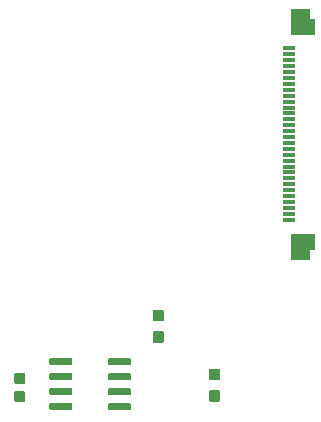
<source format=gbr>
%TF.GenerationSoftware,KiCad,Pcbnew,(6.0.11)*%
%TF.CreationDate,2024-05-08T14:50:22+07:00*%
%TF.ProjectId,CTP_Display_CANbus_revA,4354505f-4469-4737-906c-61795f43414e,rev?*%
%TF.SameCoordinates,PX5f5e100PY5f5e100*%
%TF.FileFunction,Paste,Top*%
%TF.FilePolarity,Positive*%
%FSLAX46Y46*%
G04 Gerber Fmt 4.6, Leading zero omitted, Abs format (unit mm)*
G04 Created by KiCad (PCBNEW (6.0.11)) date 2024-05-08 14:50:22*
%MOMM*%
%LPD*%
G01*
G04 APERTURE LIST*
%ADD10C,0.010000*%
%ADD11R,1.100000X0.300000*%
G04 APERTURE END LIST*
G36*
X61950000Y44750000D02*
G01*
X62300000Y44750000D01*
X62300000Y43450000D01*
X60350000Y43450000D01*
X60350000Y45550000D01*
X61950000Y45550000D01*
X61950000Y44750000D01*
G37*
D10*
X61950000Y44750000D02*
X62300000Y44750000D01*
X62300000Y43450000D01*
X60350000Y43450000D01*
X60350000Y45550000D01*
X61950000Y45550000D01*
X61950000Y44750000D01*
G36*
X62300000Y25250000D02*
G01*
X61950000Y25250000D01*
X61950000Y24450000D01*
X60350000Y24450000D01*
X60350000Y26550000D01*
X62300000Y26550000D01*
X62300000Y25250000D01*
G37*
X62300000Y25250000D02*
X61950000Y25250000D01*
X61950000Y24450000D01*
X60350000Y24450000D01*
X60350000Y26550000D01*
X62300000Y26550000D01*
X62300000Y25250000D01*
D11*
X60200000Y42250000D03*
X60200000Y41750000D03*
X60200000Y41250000D03*
X60200000Y40750000D03*
X60200000Y40250000D03*
X60200000Y39750000D03*
X60200000Y39250000D03*
X60200000Y38750000D03*
X60200000Y38250000D03*
X60200000Y37750000D03*
X60200000Y37250000D03*
X60200000Y36750000D03*
X60200000Y36250000D03*
X60200000Y35750000D03*
X60200000Y35250000D03*
X60200000Y34750000D03*
X60200000Y34250000D03*
X60200000Y33750000D03*
X60200000Y33250000D03*
X60200000Y32750000D03*
X60200000Y32250000D03*
X60200000Y31750000D03*
X60200000Y31250000D03*
X60200000Y30750000D03*
X60200000Y30250000D03*
X60200000Y29750000D03*
X60200000Y29250000D03*
X60200000Y28750000D03*
X60200000Y28250000D03*
X60200000Y27750000D03*
G36*
G01*
X49530000Y17310000D02*
X48770000Y17310000D01*
G75*
G02*
X48675000Y17405000I0J95000D01*
G01*
X48675000Y18190000D01*
G75*
G02*
X48770000Y18285000I95000J0D01*
G01*
X49530000Y18285000D01*
G75*
G02*
X49625000Y18190000I0J-95000D01*
G01*
X49625000Y17405000D01*
G75*
G02*
X49530000Y17310000I-95000J0D01*
G01*
G37*
G36*
G01*
X49530000Y19135000D02*
X48770000Y19135000D01*
G75*
G02*
X48675000Y19230000I0J95000D01*
G01*
X48675000Y20015000D01*
G75*
G02*
X48770000Y20110000I95000J0D01*
G01*
X49530000Y20110000D01*
G75*
G02*
X49625000Y20015000I0J-95000D01*
G01*
X49625000Y19230000D01*
G75*
G02*
X49530000Y19135000I-95000J0D01*
G01*
G37*
G36*
G01*
X39930000Y15525000D02*
X39930000Y15945000D01*
G75*
G02*
X40020000Y16035000I90000J0D01*
G01*
X41790000Y16035000D01*
G75*
G02*
X41880000Y15945000I0J-90000D01*
G01*
X41880000Y15525000D01*
G75*
G02*
X41790000Y15435000I-90000J0D01*
G01*
X40020000Y15435000D01*
G75*
G02*
X39930000Y15525000I0J90000D01*
G01*
G37*
G36*
G01*
X39930000Y14255000D02*
X39930000Y14675000D01*
G75*
G02*
X40020000Y14765000I90000J0D01*
G01*
X41790000Y14765000D01*
G75*
G02*
X41880000Y14675000I0J-90000D01*
G01*
X41880000Y14255000D01*
G75*
G02*
X41790000Y14165000I-90000J0D01*
G01*
X40020000Y14165000D01*
G75*
G02*
X39930000Y14255000I0J90000D01*
G01*
G37*
G36*
G01*
X39930000Y12985000D02*
X39930000Y13405000D01*
G75*
G02*
X40020000Y13495000I90000J0D01*
G01*
X41790000Y13495000D01*
G75*
G02*
X41880000Y13405000I0J-90000D01*
G01*
X41880000Y12985000D01*
G75*
G02*
X41790000Y12895000I-90000J0D01*
G01*
X40020000Y12895000D01*
G75*
G02*
X39930000Y12985000I0J90000D01*
G01*
G37*
G36*
G01*
X39930000Y11715000D02*
X39930000Y12135000D01*
G75*
G02*
X40020000Y12225000I90000J0D01*
G01*
X41790000Y12225000D01*
G75*
G02*
X41880000Y12135000I0J-90000D01*
G01*
X41880000Y11715000D01*
G75*
G02*
X41790000Y11625000I-90000J0D01*
G01*
X40020000Y11625000D01*
G75*
G02*
X39930000Y11715000I0J90000D01*
G01*
G37*
G36*
G01*
X44880000Y11715000D02*
X44880000Y12135000D01*
G75*
G02*
X44970000Y12225000I90000J0D01*
G01*
X46740000Y12225000D01*
G75*
G02*
X46830000Y12135000I0J-90000D01*
G01*
X46830000Y11715000D01*
G75*
G02*
X46740000Y11625000I-90000J0D01*
G01*
X44970000Y11625000D01*
G75*
G02*
X44880000Y11715000I0J90000D01*
G01*
G37*
G36*
G01*
X44880000Y12985000D02*
X44880000Y13405000D01*
G75*
G02*
X44970000Y13495000I90000J0D01*
G01*
X46740000Y13495000D01*
G75*
G02*
X46830000Y13405000I0J-90000D01*
G01*
X46830000Y12985000D01*
G75*
G02*
X46740000Y12895000I-90000J0D01*
G01*
X44970000Y12895000D01*
G75*
G02*
X44880000Y12985000I0J90000D01*
G01*
G37*
G36*
G01*
X44880000Y14255000D02*
X44880000Y14675000D01*
G75*
G02*
X44970000Y14765000I90000J0D01*
G01*
X46740000Y14765000D01*
G75*
G02*
X46830000Y14675000I0J-90000D01*
G01*
X46830000Y14255000D01*
G75*
G02*
X46740000Y14165000I-90000J0D01*
G01*
X44970000Y14165000D01*
G75*
G02*
X44880000Y14255000I0J90000D01*
G01*
G37*
G36*
G01*
X44880000Y15525000D02*
X44880000Y15945000D01*
G75*
G02*
X44970000Y16035000I90000J0D01*
G01*
X46740000Y16035000D01*
G75*
G02*
X46830000Y15945000I0J-90000D01*
G01*
X46830000Y15525000D01*
G75*
G02*
X46740000Y15435000I-90000J0D01*
G01*
X44970000Y15435000D01*
G75*
G02*
X44880000Y15525000I0J90000D01*
G01*
G37*
G36*
G01*
X53520000Y15130000D02*
X54280000Y15130000D01*
G75*
G02*
X54375000Y15035000I0J-95000D01*
G01*
X54375000Y14250000D01*
G75*
G02*
X54280000Y14155000I-95000J0D01*
G01*
X53520000Y14155000D01*
G75*
G02*
X53425000Y14250000I0J95000D01*
G01*
X53425000Y15035000D01*
G75*
G02*
X53520000Y15130000I95000J0D01*
G01*
G37*
G36*
G01*
X53520000Y13305000D02*
X54280000Y13305000D01*
G75*
G02*
X54375000Y13210000I0J-95000D01*
G01*
X54375000Y12425000D01*
G75*
G02*
X54280000Y12330000I-95000J0D01*
G01*
X53520000Y12330000D01*
G75*
G02*
X53425000Y12425000I0J95000D01*
G01*
X53425000Y13210000D01*
G75*
G02*
X53520000Y13305000I95000J0D01*
G01*
G37*
G36*
G01*
X37805000Y12315000D02*
X37035000Y12315000D01*
G75*
G02*
X36945000Y12405000I0J90000D01*
G01*
X36945000Y13125000D01*
G75*
G02*
X37035000Y13215000I90000J0D01*
G01*
X37805000Y13215000D01*
G75*
G02*
X37895000Y13125000I0J-90000D01*
G01*
X37895000Y12405000D01*
G75*
G02*
X37805000Y12315000I-90000J0D01*
G01*
G37*
G36*
G01*
X37805000Y13865000D02*
X37035000Y13865000D01*
G75*
G02*
X36945000Y13955000I0J90000D01*
G01*
X36945000Y14675000D01*
G75*
G02*
X37035000Y14765000I90000J0D01*
G01*
X37805000Y14765000D01*
G75*
G02*
X37895000Y14675000I0J-90000D01*
G01*
X37895000Y13955000D01*
G75*
G02*
X37805000Y13865000I-90000J0D01*
G01*
G37*
M02*

</source>
